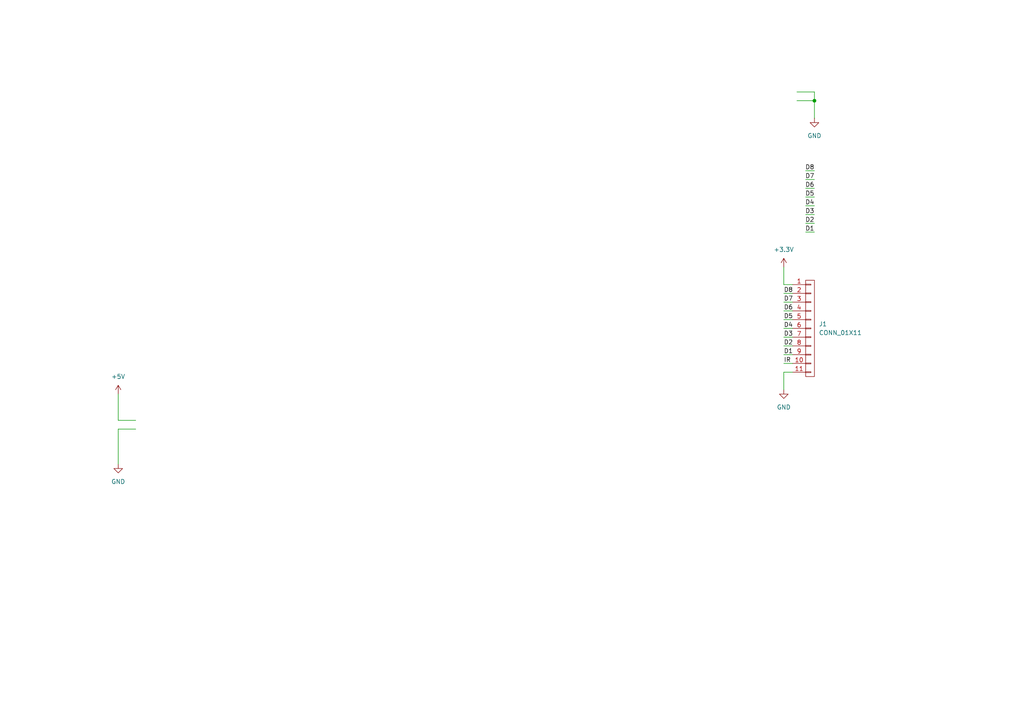
<source format=kicad_sch>
(kicad_sch (version 20231120) (generator "eeschema") (generator_version "8.0")
  (paper "A4")
  (lib_symbols
    (symbol "MacroLib:CONN_01X11"
      (property "Reference" "J" (at 0 17.145 0))
      (property "Value" "CONN_01X11" (at 0 15.24 0))
      (symbol "CONN_01X11_1_1"
        (rectangle (start -1.27 -12.573) (end 0.254 -12.827))
        (rectangle (start -1.27 -10.033) (end 0.254 -10.287))
        (rectangle (start -1.27 -7.493) (end 0.254 -7.747))
        (rectangle (start -1.27 -4.953) (end 0.254 -5.207))
        (rectangle (start -1.27 -2.413) (end 0.254 -2.667))
        (rectangle (start -1.27 0.127) (end 0.254 -0.127))
        (rectangle (start -1.27 2.667) (end 0.254 2.413))
        (rectangle (start -1.27 5.207) (end 0.254 4.953))
        (rectangle (start -1.27 7.747) (end 0.254 7.493))
        (rectangle (start -1.27 10.287) (end 0.254 10.033))
        (rectangle (start -1.27 12.827) (end 0.254 12.573))
        (rectangle (start -1.27 13.97) (end 1.27 -13.97))
        (pin passive line (at -5.08 12.7 0) (length 3.81) (name "~") (number "1"))
        (pin passive line (at -5.08 -10.16 0) (length 3.81) (name "~") (number "10"))
        (pin passive line (at -5.08 -12.7 0) (length 3.81) (name "~") (number "11"))
        (pin passive line (at -5.08 10.16 0) (length 3.81) (name "~") (number "2"))
        (pin passive line (at -5.08 7.62 0) (length 3.81) (name "~") (number "3"))
        (pin passive line (at -5.08 5.08 0) (length 3.81) (name "~") (number "4"))
        (pin passive line (at -5.08 2.54 0) (length 3.81) (name "~") (number "5"))
        (pin passive line (at -5.08 0 0) (length 3.81) (name "~") (number "6"))
        (pin passive line (at -5.08 -2.54 0) (length 3.81) (name "~") (number "7"))
        (pin passive line (at -5.08 -5.08 0) (length 3.81) (name "~") (number "8"))
        (pin passive line (at -5.08 -7.62 0) (length 3.81) (name "~") (number "9"))
      )
    )
    (symbol "power:+3.3V" (power) (pin_numbers hide) (pin_names (offset 0) hide)
      (property "Value" "+3.3V" (at 0 3.556 0))
      (symbol "+3.3V_0_1"
        (polyline (pts (xy -0.762 1.27) (xy 0 2.54)))
        (polyline (pts (xy 0 0) (xy 0 2.54)))
        (polyline (pts (xy 0 2.54) (xy 0.762 1.27)))
      )
      (symbol "+3.3V_1_1"
        (pin power_in line (at 0 0 90) (length 0) (name "~") (number "1"))
      )
    )
    (symbol "power:+5V" (power) (pin_numbers hide) (pin_names (offset 0) hide)
      (property "Value" "+5V" (at 0 3.556 0))
      (symbol "+5V_0_1"
        (polyline (pts (xy -0.762 1.27) (xy 0 2.54)))
        (polyline (pts (xy 0 0) (xy 0 2.54)))
        (polyline (pts (xy 0 2.54) (xy 0.762 1.27)))
      )
      (symbol "+5V_1_1"
        (pin power_in line (at 0 0 90) (length 0) (name "~") (number "1"))
      )
    )
    (symbol "power:GND" (power) (pin_numbers hide) (pin_names (offset 0) hide)
      (property "Value" "GND" (at 0 -3.81 0))
      (symbol "GND_0_1"
        (polyline (pts (xy 0 0) (xy 0 -1.27) (xy 1.27 -1.27) (xy 0 -2.54) (xy -1.27 -1.27) (xy 0 -1.27)))
      )
      (symbol "GND_1_1"
        (pin power_in line (at 0 0 270) (length 0) (name "~") (number "1"))
      )
    )
  )
  (junction (at 236.22 29.21))
  (wire (pts (xy 34.29 121.92) (xy 39.37 121.92)))
  (wire (pts (xy 233.68 52.07) (xy 236.22 52.07)))
  (wire (pts (xy 231.14 29.21) (xy 236.22 29.21)))
  (wire (pts (xy 233.68 49.53) (xy 236.22 49.53)))
  (wire (pts (xy 227.33 87.63) (xy 229.87 87.63)))
  (wire (pts (xy 34.29 114.3) (xy 34.29 121.92)))
  (wire (pts (xy 227.33 85.09) (xy 229.87 85.09)))
  (wire (pts (xy 236.22 29.21) (xy 236.22 26.67)))
  (wire (pts (xy 227.33 97.79) (xy 229.87 97.79)))
  (wire (pts (xy 233.68 54.61) (xy 236.22 54.61)))
  (wire (pts (xy 233.68 57.15) (xy 236.22 57.15)))
  (wire (pts (xy 227.33 82.55) (xy 229.87 82.55)))
  (wire (pts (xy 227.33 95.25) (xy 229.87 95.25)))
  (wire (pts (xy 34.29 124.46) (xy 34.29 134.62)))
  (wire (pts (xy 233.68 64.77) (xy 236.22 64.77)))
  (wire (pts (xy 227.33 113.03) (xy 227.33 107.95)))
  (wire (pts (xy 236.22 26.67) (xy 231.14 26.67)))
  (wire (pts (xy 233.68 59.69) (xy 236.22 59.69)))
  (wire (pts (xy 233.68 67.31) (xy 236.22 67.31)))
  (wire (pts (xy 227.33 102.87) (xy 229.87 102.87)))
  (wire (pts (xy 227.33 90.17) (xy 229.87 90.17)))
  (wire (pts (xy 227.33 105.41) (xy 229.87 105.41)))
  (wire (pts (xy 227.33 107.95) (xy 229.87 107.95)))
  (wire (pts (xy 227.33 100.33) (xy 229.87 100.33)))
  (wire (pts (xy 227.33 92.71) (xy 229.87 92.71)))
  (wire (pts (xy 227.33 77.47) (xy 227.33 82.55)))
  (wire (pts (xy 233.68 62.23) (xy 236.22 62.23)))
  (wire (pts (xy 236.22 34.29) (xy 236.22 29.21)))
  (wire (pts (xy 34.29 124.46) (xy 39.37 124.46)))
  (label "D2" (at 236.22 64.77 180))
  (label "D5" (at 227.33 92.71 0))
  (label "IR" (at 227.33 105.41 0))
  (label "D7" (at 227.33 87.63 0))
  (label "D3" (at 227.33 97.79 0))
  (label "D3" (at 236.22 62.23 180))
  (label "D1" (at 227.33 102.87 0))
  (label "D5" (at 236.22 57.15 180))
  (label "D6" (at 236.22 54.61 180))
  (label "D4" (at 236.22 59.69 180))
  (label "D7" (at 236.22 52.07 180))
  (label "D2" (at 227.33 100.33 0))
  (label "D1" (at 236.22 67.31 180))
  (label "D8" (at 227.33 85.09 0))
  (label "D6" (at 227.33 90.17 0))
  (label "D4" (at 227.33 95.25 0))
  (label "D8" (at 236.22 49.53 180))
  (symbol (lib_id "power:GND") (at 227.33 113.03 0) (unit 1)
    (property "Reference" "#PWR05" (effects (hide yes)))
    (property "Value" "GND" (at 227.33 118.11 0))
    (property "Description" "Power symbol creates a global label with name \"GND\" , ground" (effects (hide yes)))
  )
  (symbol (lib_id "power:+5V") (at 34.29 114.3 0) (unit 1)
    (property "Reference" "#PWR01" (effects (hide yes)))
    (property "Value" "+5V" (at 34.29 109.22 0))
    (property "Description" "Power symbol creates a global label with name \"+5V\"" (effects (hide yes)))
  )
  (symbol (lib_id "power:GND") (at 236.22 34.29 0) (unit 1)
    (property "Reference" "#PWR03" (effects (hide yes)))
    (property "Value" "GND" (at 236.22 39.37 0))
    (property "Description" "Power symbol creates a global label with name \"GND\" , ground" (effects (hide yes)))
  )
  (symbol (lib_id "power:+3.3V") (at 227.33 77.47 0) (unit 1)
    (property "Reference" "#PWR04" (effects (hide yes)))
    (property "Value" "+3.3V" (at 227.33 72.39 0))
    (property "Description" "Power symbol creates a global label with name \"+3.3V\"" (effects (hide yes)))
  )
  (symbol (lib_id "power:GND") (at 34.29 134.62 0) (unit 1)
    (property "Reference" "#PWR02" (effects (hide yes)))
    (property "Value" "GND" (at 34.29 139.7 0))
    (property "Description" "Power symbol creates a global label with name \"GND\" , ground" (effects (hide yes)))
  )
  (symbol (lib_id "MacroLib:CONN_01X11") (at 234.95 95.25 0) (unit 1)
    (property "Reference" "J1" (at 237.49 93.9799 0) (effects (justify left)))
    (property "Value" "CONN_01X11" (at 237.49 96.5199 0) (effects (justify left)))
  )
)
</source>
